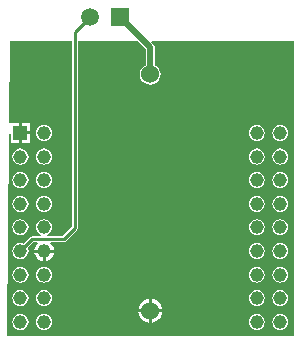
<source format=gbl>
G04*
G04 #@! TF.GenerationSoftware,Altium Limited,Altium Designer,19.1.5 (86)*
G04*
G04 Layer_Physical_Order=2*
G04 Layer_Color=16711680*
%FSLAX25Y25*%
%MOIN*%
G70*
G01*
G75*
%ADD10C,0.01000*%
%ADD18C,0.05906*%
%ADD19R,0.05906X0.05906*%
%ADD20C,0.06000*%
%ADD21C,0.04528*%
%ADD22R,0.04528X0.04528*%
%ADD23C,0.02000*%
G36*
X99410Y7874D02*
X4292D01*
X3941Y8229D01*
X4610Y75196D01*
X5110Y75194D01*
Y72238D01*
X7874D01*
Y75502D01*
Y78765D01*
X5146D01*
X4647Y78853D01*
X4921Y106299D01*
X4921Y106299D01*
X25567D01*
Y44189D01*
X22364Y40986D01*
X17226D01*
X17127Y41486D01*
X17591Y41679D01*
X18148Y42105D01*
X18575Y42662D01*
X18843Y43310D01*
X18935Y44005D01*
X18843Y44701D01*
X18575Y45349D01*
X18148Y45905D01*
X17591Y46332D01*
X16943Y46601D01*
X16248Y46692D01*
X15553Y46601D01*
X14905Y46332D01*
X14348Y45905D01*
X13921Y45349D01*
X13653Y44701D01*
X13561Y44005D01*
X13653Y43310D01*
X13921Y42662D01*
X14348Y42105D01*
X14905Y41679D01*
X15370Y41486D01*
X15270Y40986D01*
X12311D01*
X11960Y40916D01*
X11662Y40717D01*
X9495Y38550D01*
X9069Y38727D01*
X8374Y38818D01*
X7679Y38727D01*
X7031Y38458D01*
X6474Y38031D01*
X6047Y37475D01*
X5779Y36827D01*
X5687Y36131D01*
X5779Y35436D01*
X6047Y34788D01*
X6474Y34231D01*
X7031Y33805D01*
X7679Y33536D01*
X8374Y33445D01*
X9069Y33536D01*
X9717Y33805D01*
X10274Y34231D01*
X10701Y34788D01*
X10969Y35436D01*
X11061Y36131D01*
X10969Y36827D01*
X10793Y37253D01*
X12691Y39151D01*
X14000D01*
X14170Y38651D01*
X13920Y38459D01*
X13397Y37777D01*
X13068Y36983D01*
X13022Y36631D01*
X19474D01*
X19428Y36983D01*
X19099Y37777D01*
X18576Y38459D01*
X18326Y38651D01*
X18496Y39151D01*
X22744D01*
X23095Y39221D01*
X23393Y39419D01*
X27133Y43160D01*
X27332Y43457D01*
X27402Y43808D01*
Y106299D01*
X47530D01*
X50254Y103575D01*
Y98077D01*
X49966Y97958D01*
X49256Y97413D01*
X48711Y96703D01*
X48369Y95876D01*
X48252Y94988D01*
X48369Y94101D01*
X48711Y93274D01*
X49256Y92563D01*
X49966Y92018D01*
X50793Y91676D01*
X51681Y91559D01*
X52569Y91676D01*
X53396Y92018D01*
X54106Y92563D01*
X54651Y93274D01*
X54993Y94101D01*
X55110Y94988D01*
X54993Y95876D01*
X54651Y96703D01*
X54106Y97413D01*
X53396Y97958D01*
X53109Y98077D01*
Y104166D01*
X53000Y104713D01*
X52690Y105176D01*
X52690Y105176D01*
X52029Y105837D01*
X52220Y106299D01*
X99410D01*
Y7874D01*
D02*
G37*
%LPC*%
G36*
X11638Y78765D02*
X8874D01*
Y76002D01*
X11638D01*
Y78765D01*
D02*
G37*
G36*
X94988Y78188D02*
X94293Y78097D01*
X93645Y77828D01*
X93088Y77401D01*
X92661Y76845D01*
X92393Y76197D01*
X92301Y75502D01*
X92393Y74806D01*
X92661Y74158D01*
X93088Y73602D01*
X93645Y73175D01*
X94293Y72906D01*
X94988Y72815D01*
X95684Y72906D01*
X96332Y73175D01*
X96888Y73602D01*
X97315Y74158D01*
X97583Y74806D01*
X97675Y75502D01*
X97583Y76197D01*
X97315Y76845D01*
X96888Y77401D01*
X96332Y77828D01*
X95684Y78097D01*
X94988Y78188D01*
D02*
G37*
G36*
X87114Y78188D02*
X86419Y78097D01*
X85771Y77828D01*
X85214Y77401D01*
X84787Y76845D01*
X84519Y76197D01*
X84427Y75501D01*
X84519Y74806D01*
X84787Y74158D01*
X85214Y73602D01*
X85771Y73175D01*
X86419Y72906D01*
X87114Y72815D01*
X87810Y72906D01*
X88458Y73175D01*
X89014Y73602D01*
X89441Y74158D01*
X89709Y74806D01*
X89801Y75501D01*
X89709Y76197D01*
X89441Y76845D01*
X89014Y77401D01*
X88458Y77828D01*
X87810Y78097D01*
X87114Y78188D01*
D02*
G37*
G36*
X16248D02*
X15553Y78097D01*
X14905Y77828D01*
X14348Y77401D01*
X13921Y76845D01*
X13653Y76197D01*
X13561Y75501D01*
X13653Y74806D01*
X13921Y74158D01*
X14348Y73602D01*
X14905Y73175D01*
X15553Y72906D01*
X16248Y72815D01*
X16943Y72906D01*
X17591Y73175D01*
X18148Y73602D01*
X18575Y74158D01*
X18843Y74806D01*
X18935Y75501D01*
X18843Y76197D01*
X18575Y76845D01*
X18148Y77401D01*
X17591Y77828D01*
X16943Y78097D01*
X16248Y78188D01*
D02*
G37*
G36*
X11638Y75002D02*
X8874D01*
Y72238D01*
X11638D01*
Y75002D01*
D02*
G37*
G36*
X94988Y70314D02*
X94293Y70223D01*
X93645Y69954D01*
X93088Y69527D01*
X92661Y68971D01*
X92393Y68323D01*
X92301Y67627D01*
X92393Y66932D01*
X92661Y66284D01*
X93088Y65728D01*
X93645Y65301D01*
X94293Y65032D01*
X94988Y64941D01*
X95684Y65032D01*
X96332Y65301D01*
X96888Y65728D01*
X97315Y66284D01*
X97583Y66932D01*
X97675Y67627D01*
X97583Y68323D01*
X97315Y68971D01*
X96888Y69527D01*
X96332Y69954D01*
X95684Y70223D01*
X94988Y70314D01*
D02*
G37*
G36*
X8374D02*
X7679Y70223D01*
X7031Y69954D01*
X6474Y69527D01*
X6047Y68971D01*
X5779Y68323D01*
X5687Y67627D01*
X5779Y66932D01*
X6047Y66284D01*
X6474Y65728D01*
X7031Y65301D01*
X7679Y65032D01*
X8374Y64941D01*
X9069Y65032D01*
X9717Y65301D01*
X10274Y65728D01*
X10701Y66284D01*
X10969Y66932D01*
X11061Y67627D01*
X10969Y68323D01*
X10701Y68971D01*
X10274Y69527D01*
X9717Y69954D01*
X9069Y70223D01*
X8374Y70314D01*
D02*
G37*
G36*
X87114Y70314D02*
X86419Y70223D01*
X85771Y69954D01*
X85214Y69527D01*
X84787Y68971D01*
X84519Y68323D01*
X84427Y67627D01*
X84519Y66932D01*
X84787Y66284D01*
X85214Y65728D01*
X85771Y65301D01*
X86419Y65032D01*
X87114Y64941D01*
X87810Y65032D01*
X88458Y65301D01*
X89014Y65728D01*
X89441Y66284D01*
X89709Y66932D01*
X89801Y67627D01*
X89709Y68323D01*
X89441Y68971D01*
X89014Y69527D01*
X88458Y69954D01*
X87810Y70223D01*
X87114Y70314D01*
D02*
G37*
G36*
X16248D02*
X15553Y70223D01*
X14905Y69954D01*
X14348Y69527D01*
X13921Y68971D01*
X13653Y68323D01*
X13561Y67627D01*
X13653Y66932D01*
X13921Y66284D01*
X14348Y65728D01*
X14905Y65301D01*
X15553Y65032D01*
X16248Y64941D01*
X16943Y65032D01*
X17591Y65301D01*
X18148Y65728D01*
X18575Y66284D01*
X18843Y66932D01*
X18935Y67627D01*
X18843Y68323D01*
X18575Y68971D01*
X18148Y69527D01*
X17591Y69954D01*
X16943Y70223D01*
X16248Y70314D01*
D02*
G37*
G36*
X94988Y62440D02*
X94293Y62349D01*
X93645Y62080D01*
X93088Y61653D01*
X92661Y61097D01*
X92393Y60449D01*
X92301Y59753D01*
X92393Y59058D01*
X92661Y58410D01*
X93088Y57854D01*
X93645Y57427D01*
X94293Y57158D01*
X94988Y57067D01*
X95684Y57158D01*
X96332Y57427D01*
X96888Y57854D01*
X97315Y58410D01*
X97583Y59058D01*
X97675Y59753D01*
X97583Y60449D01*
X97315Y61097D01*
X96888Y61653D01*
X96332Y62080D01*
X95684Y62349D01*
X94988Y62440D01*
D02*
G37*
G36*
X8374D02*
X7679Y62349D01*
X7031Y62080D01*
X6474Y61653D01*
X6047Y61097D01*
X5779Y60449D01*
X5687Y59753D01*
X5779Y59058D01*
X6047Y58410D01*
X6474Y57854D01*
X7031Y57427D01*
X7679Y57158D01*
X8374Y57067D01*
X9069Y57158D01*
X9717Y57427D01*
X10274Y57854D01*
X10701Y58410D01*
X10969Y59058D01*
X11061Y59753D01*
X10969Y60449D01*
X10701Y61097D01*
X10274Y61653D01*
X9717Y62080D01*
X9069Y62349D01*
X8374Y62440D01*
D02*
G37*
G36*
X87114Y62440D02*
X86419Y62349D01*
X85771Y62080D01*
X85214Y61653D01*
X84787Y61097D01*
X84519Y60449D01*
X84427Y59753D01*
X84519Y59058D01*
X84787Y58410D01*
X85214Y57854D01*
X85771Y57427D01*
X86419Y57158D01*
X87114Y57067D01*
X87810Y57158D01*
X88458Y57427D01*
X89014Y57854D01*
X89441Y58410D01*
X89709Y59058D01*
X89801Y59753D01*
X89709Y60449D01*
X89441Y61097D01*
X89014Y61653D01*
X88458Y62080D01*
X87810Y62349D01*
X87114Y62440D01*
D02*
G37*
G36*
X16248D02*
X15553Y62349D01*
X14905Y62080D01*
X14348Y61653D01*
X13921Y61097D01*
X13653Y60449D01*
X13561Y59753D01*
X13653Y59058D01*
X13921Y58410D01*
X14348Y57854D01*
X14905Y57427D01*
X15553Y57158D01*
X16248Y57067D01*
X16943Y57158D01*
X17591Y57427D01*
X18148Y57854D01*
X18575Y58410D01*
X18843Y59058D01*
X18935Y59753D01*
X18843Y60449D01*
X18575Y61097D01*
X18148Y61653D01*
X17591Y62080D01*
X16943Y62349D01*
X16248Y62440D01*
D02*
G37*
G36*
X94988Y54566D02*
X94293Y54475D01*
X93645Y54206D01*
X93088Y53779D01*
X92661Y53223D01*
X92393Y52575D01*
X92301Y51879D01*
X92393Y51184D01*
X92661Y50536D01*
X93088Y49980D01*
X93645Y49553D01*
X94293Y49284D01*
X94988Y49193D01*
X95684Y49284D01*
X96332Y49553D01*
X96888Y49980D01*
X97315Y50536D01*
X97583Y51184D01*
X97675Y51879D01*
X97583Y52575D01*
X97315Y53223D01*
X96888Y53779D01*
X96332Y54206D01*
X95684Y54475D01*
X94988Y54566D01*
D02*
G37*
G36*
X8374D02*
X7679Y54475D01*
X7031Y54206D01*
X6474Y53779D01*
X6047Y53223D01*
X5779Y52575D01*
X5687Y51879D01*
X5779Y51184D01*
X6047Y50536D01*
X6474Y49980D01*
X7031Y49553D01*
X7679Y49284D01*
X8374Y49193D01*
X9069Y49284D01*
X9717Y49553D01*
X10274Y49980D01*
X10701Y50536D01*
X10969Y51184D01*
X11061Y51879D01*
X10969Y52575D01*
X10701Y53223D01*
X10274Y53779D01*
X9717Y54206D01*
X9069Y54475D01*
X8374Y54566D01*
D02*
G37*
G36*
X87114Y54566D02*
X86419Y54475D01*
X85771Y54206D01*
X85214Y53779D01*
X84787Y53223D01*
X84519Y52575D01*
X84427Y51879D01*
X84519Y51184D01*
X84787Y50536D01*
X85214Y49979D01*
X85771Y49553D01*
X86419Y49284D01*
X87114Y49193D01*
X87810Y49284D01*
X88458Y49553D01*
X89014Y49979D01*
X89441Y50536D01*
X89709Y51184D01*
X89801Y51879D01*
X89709Y52575D01*
X89441Y53223D01*
X89014Y53779D01*
X88458Y54206D01*
X87810Y54475D01*
X87114Y54566D01*
D02*
G37*
G36*
X16248D02*
X15553Y54475D01*
X14905Y54206D01*
X14348Y53779D01*
X13921Y53223D01*
X13653Y52575D01*
X13561Y51879D01*
X13653Y51184D01*
X13921Y50536D01*
X14348Y49979D01*
X14905Y49553D01*
X15553Y49284D01*
X16248Y49193D01*
X16943Y49284D01*
X17591Y49553D01*
X18148Y49979D01*
X18575Y50536D01*
X18843Y51184D01*
X18935Y51879D01*
X18843Y52575D01*
X18575Y53223D01*
X18148Y53779D01*
X17591Y54206D01*
X16943Y54475D01*
X16248Y54566D01*
D02*
G37*
G36*
X94988Y46692D02*
X94293Y46601D01*
X93645Y46332D01*
X93088Y45905D01*
X92661Y45349D01*
X92393Y44701D01*
X92301Y44005D01*
X92393Y43310D01*
X92661Y42662D01*
X93088Y42105D01*
X93645Y41679D01*
X94293Y41410D01*
X94988Y41319D01*
X95684Y41410D01*
X96332Y41679D01*
X96888Y42105D01*
X97315Y42662D01*
X97583Y43310D01*
X97675Y44005D01*
X97583Y44701D01*
X97315Y45349D01*
X96888Y45905D01*
X96332Y46332D01*
X95684Y46601D01*
X94988Y46692D01*
D02*
G37*
G36*
X8374D02*
X7679Y46601D01*
X7031Y46332D01*
X6474Y45905D01*
X6047Y45349D01*
X5779Y44701D01*
X5687Y44005D01*
X5779Y43310D01*
X6047Y42662D01*
X6474Y42105D01*
X7031Y41679D01*
X7679Y41410D01*
X8374Y41319D01*
X9069Y41410D01*
X9717Y41679D01*
X10274Y42105D01*
X10701Y42662D01*
X10969Y43310D01*
X11061Y44005D01*
X10969Y44701D01*
X10701Y45349D01*
X10274Y45905D01*
X9717Y46332D01*
X9069Y46601D01*
X8374Y46692D01*
D02*
G37*
G36*
X87114Y46692D02*
X86419Y46601D01*
X85771Y46332D01*
X85214Y45905D01*
X84787Y45349D01*
X84519Y44701D01*
X84427Y44005D01*
X84519Y43310D01*
X84787Y42662D01*
X85214Y42105D01*
X85771Y41679D01*
X86419Y41410D01*
X87114Y41319D01*
X87810Y41410D01*
X88458Y41679D01*
X89014Y42105D01*
X89441Y42662D01*
X89709Y43310D01*
X89801Y44005D01*
X89709Y44701D01*
X89441Y45349D01*
X89014Y45905D01*
X88458Y46332D01*
X87810Y46601D01*
X87114Y46692D01*
D02*
G37*
G36*
X94988Y38818D02*
X94293Y38727D01*
X93645Y38458D01*
X93088Y38031D01*
X92661Y37475D01*
X92393Y36827D01*
X92301Y36131D01*
X92393Y35436D01*
X92661Y34788D01*
X93088Y34231D01*
X93645Y33805D01*
X94293Y33536D01*
X94988Y33445D01*
X95684Y33536D01*
X96332Y33805D01*
X96888Y34231D01*
X97315Y34788D01*
X97583Y35436D01*
X97675Y36131D01*
X97583Y36827D01*
X97315Y37475D01*
X96888Y38031D01*
X96332Y38458D01*
X95684Y38727D01*
X94988Y38818D01*
D02*
G37*
G36*
X87114Y38818D02*
X86419Y38726D01*
X85771Y38458D01*
X85214Y38031D01*
X84787Y37475D01*
X84519Y36827D01*
X84427Y36131D01*
X84519Y35436D01*
X84787Y34788D01*
X85214Y34231D01*
X85771Y33805D01*
X86419Y33536D01*
X87114Y33444D01*
X87810Y33536D01*
X88458Y33805D01*
X89014Y34231D01*
X89441Y34788D01*
X89709Y35436D01*
X89801Y36131D01*
X89709Y36827D01*
X89441Y37475D01*
X89014Y38031D01*
X88458Y38458D01*
X87810Y38726D01*
X87114Y38818D01*
D02*
G37*
G36*
X19474Y35631D02*
X16748D01*
Y32905D01*
X17100Y32952D01*
X17894Y33280D01*
X18576Y33804D01*
X19099Y34485D01*
X19428Y35279D01*
X19474Y35631D01*
D02*
G37*
G36*
X15748D02*
X13022D01*
X13068Y35279D01*
X13397Y34485D01*
X13920Y33804D01*
X14602Y33280D01*
X15396Y32952D01*
X15748Y32905D01*
Y35631D01*
D02*
G37*
G36*
X94988Y30944D02*
X94293Y30853D01*
X93645Y30584D01*
X93088Y30157D01*
X92661Y29601D01*
X92393Y28953D01*
X92301Y28257D01*
X92393Y27562D01*
X92661Y26914D01*
X93088Y26357D01*
X93645Y25931D01*
X94293Y25662D01*
X94988Y25571D01*
X95684Y25662D01*
X96332Y25931D01*
X96888Y26357D01*
X97315Y26914D01*
X97583Y27562D01*
X97675Y28257D01*
X97583Y28953D01*
X97315Y29601D01*
X96888Y30157D01*
X96332Y30584D01*
X95684Y30853D01*
X94988Y30944D01*
D02*
G37*
G36*
X8374D02*
X7679Y30853D01*
X7031Y30584D01*
X6474Y30157D01*
X6047Y29601D01*
X5779Y28953D01*
X5687Y28257D01*
X5779Y27562D01*
X6047Y26914D01*
X6474Y26357D01*
X7031Y25931D01*
X7679Y25662D01*
X8374Y25571D01*
X9069Y25662D01*
X9717Y25931D01*
X10274Y26357D01*
X10701Y26914D01*
X10969Y27562D01*
X11061Y28257D01*
X10969Y28953D01*
X10701Y29601D01*
X10274Y30157D01*
X9717Y30584D01*
X9069Y30853D01*
X8374Y30944D01*
D02*
G37*
G36*
X87114Y30944D02*
X86419Y30852D01*
X85771Y30584D01*
X85214Y30157D01*
X84787Y29601D01*
X84519Y28953D01*
X84427Y28257D01*
X84519Y27562D01*
X84787Y26914D01*
X85214Y26357D01*
X85771Y25931D01*
X86419Y25662D01*
X87114Y25570D01*
X87810Y25662D01*
X88458Y25931D01*
X89014Y26357D01*
X89441Y26914D01*
X89709Y27562D01*
X89801Y28257D01*
X89709Y28953D01*
X89441Y29601D01*
X89014Y30157D01*
X88458Y30584D01*
X87810Y30852D01*
X87114Y30944D01*
D02*
G37*
G36*
X16248D02*
X15553Y30852D01*
X14905Y30584D01*
X14348Y30157D01*
X13921Y29601D01*
X13653Y28953D01*
X13561Y28257D01*
X13653Y27562D01*
X13921Y26914D01*
X14348Y26357D01*
X14905Y25931D01*
X15553Y25662D01*
X16248Y25570D01*
X16943Y25662D01*
X17591Y25931D01*
X18148Y26357D01*
X18575Y26914D01*
X18843Y27562D01*
X18935Y28257D01*
X18843Y28953D01*
X18575Y29601D01*
X18148Y30157D01*
X17591Y30584D01*
X16943Y30852D01*
X16248Y30944D01*
D02*
G37*
G36*
X94988Y23070D02*
X94293Y22978D01*
X93645Y22710D01*
X93088Y22283D01*
X92661Y21727D01*
X92393Y21079D01*
X92301Y20383D01*
X92393Y19688D01*
X92661Y19040D01*
X93088Y18484D01*
X93645Y18056D01*
X94293Y17788D01*
X94988Y17696D01*
X95684Y17788D01*
X96332Y18056D01*
X96888Y18484D01*
X97315Y19040D01*
X97583Y19688D01*
X97675Y20383D01*
X97583Y21079D01*
X97315Y21727D01*
X96888Y22283D01*
X96332Y22710D01*
X95684Y22978D01*
X94988Y23070D01*
D02*
G37*
G36*
X8374D02*
X7679Y22978D01*
X7031Y22710D01*
X6474Y22283D01*
X6047Y21727D01*
X5779Y21079D01*
X5687Y20383D01*
X5779Y19688D01*
X6047Y19040D01*
X6474Y18484D01*
X7031Y18056D01*
X7679Y17788D01*
X8374Y17696D01*
X9069Y17788D01*
X9717Y18056D01*
X10274Y18484D01*
X10701Y19040D01*
X10969Y19688D01*
X11061Y20383D01*
X10969Y21079D01*
X10701Y21727D01*
X10274Y22283D01*
X9717Y22710D01*
X9069Y22978D01*
X8374Y23070D01*
D02*
G37*
G36*
X87114Y23070D02*
X86419Y22978D01*
X85771Y22710D01*
X85214Y22283D01*
X84787Y21727D01*
X84519Y21079D01*
X84427Y20383D01*
X84519Y19688D01*
X84787Y19040D01*
X85214Y18483D01*
X85771Y18056D01*
X86419Y17788D01*
X87114Y17696D01*
X87810Y17788D01*
X88458Y18056D01*
X89014Y18483D01*
X89441Y19040D01*
X89709Y19688D01*
X89801Y20383D01*
X89709Y21079D01*
X89441Y21727D01*
X89014Y22283D01*
X88458Y22710D01*
X87810Y22978D01*
X87114Y23070D01*
D02*
G37*
G36*
X16248D02*
X15553Y22978D01*
X14905Y22710D01*
X14348Y22283D01*
X13921Y21727D01*
X13653Y21079D01*
X13561Y20383D01*
X13653Y19688D01*
X13921Y19040D01*
X14348Y18483D01*
X14905Y18056D01*
X15553Y17788D01*
X16248Y17696D01*
X16943Y17788D01*
X17591Y18056D01*
X18148Y18483D01*
X18575Y19040D01*
X18843Y19688D01*
X18935Y20383D01*
X18843Y21079D01*
X18575Y21727D01*
X18148Y22283D01*
X17591Y22710D01*
X16943Y22978D01*
X16248Y23070D01*
D02*
G37*
G36*
X52181Y20217D02*
Y16748D01*
X55650D01*
X55578Y17292D01*
X55175Y18265D01*
X54534Y19101D01*
X53698Y19742D01*
X52725Y20145D01*
X52181Y20217D01*
D02*
G37*
G36*
X51181D02*
X50637Y20145D01*
X49664Y19742D01*
X48828Y19101D01*
X48187Y18265D01*
X47784Y17292D01*
X47712Y16748D01*
X51181D01*
Y20217D01*
D02*
G37*
G36*
X55650Y15748D02*
X52181D01*
Y12279D01*
X52725Y12351D01*
X53698Y12754D01*
X54534Y13395D01*
X55175Y14231D01*
X55578Y15204D01*
X55650Y15748D01*
D02*
G37*
G36*
X51181D02*
X47712D01*
X47784Y15204D01*
X48187Y14231D01*
X48828Y13395D01*
X49664Y12754D01*
X50637Y12351D01*
X51181Y12279D01*
Y15748D01*
D02*
G37*
G36*
X94988Y15196D02*
X94293Y15104D01*
X93645Y14836D01*
X93088Y14409D01*
X92661Y13853D01*
X92393Y13205D01*
X92301Y12509D01*
X92393Y11814D01*
X92661Y11166D01*
X93088Y10610D01*
X93645Y10182D01*
X94293Y9914D01*
X94988Y9822D01*
X95684Y9914D01*
X96332Y10182D01*
X96888Y10610D01*
X97315Y11166D01*
X97583Y11814D01*
X97675Y12509D01*
X97583Y13205D01*
X97315Y13853D01*
X96888Y14409D01*
X96332Y14836D01*
X95684Y15104D01*
X94988Y15196D01*
D02*
G37*
G36*
X8374D02*
X7679Y15104D01*
X7031Y14836D01*
X6474Y14409D01*
X6047Y13853D01*
X5779Y13205D01*
X5687Y12509D01*
X5779Y11814D01*
X6047Y11166D01*
X6474Y10610D01*
X7031Y10182D01*
X7679Y9914D01*
X8374Y9822D01*
X9069Y9914D01*
X9717Y10182D01*
X10274Y10610D01*
X10701Y11166D01*
X10969Y11814D01*
X11061Y12509D01*
X10969Y13205D01*
X10701Y13853D01*
X10274Y14409D01*
X9717Y14836D01*
X9069Y15104D01*
X8374Y15196D01*
D02*
G37*
G36*
X87114Y15196D02*
X86419Y15104D01*
X85771Y14836D01*
X85214Y14409D01*
X84787Y13853D01*
X84519Y13205D01*
X84427Y12509D01*
X84519Y11814D01*
X84787Y11166D01*
X85214Y10609D01*
X85771Y10182D01*
X86419Y9914D01*
X87114Y9822D01*
X87810Y9914D01*
X88458Y10182D01*
X89014Y10609D01*
X89441Y11166D01*
X89709Y11814D01*
X89801Y12509D01*
X89709Y13205D01*
X89441Y13853D01*
X89014Y14409D01*
X88458Y14836D01*
X87810Y15104D01*
X87114Y15196D01*
D02*
G37*
G36*
X16248D02*
X15553Y15104D01*
X14905Y14836D01*
X14348Y14409D01*
X13921Y13853D01*
X13653Y13205D01*
X13561Y12509D01*
X13653Y11814D01*
X13921Y11166D01*
X14348Y10609D01*
X14905Y10182D01*
X15553Y9914D01*
X16248Y9822D01*
X16943Y9914D01*
X17591Y10182D01*
X18148Y10609D01*
X18575Y11166D01*
X18843Y11814D01*
X18935Y12509D01*
X18843Y13205D01*
X18575Y13853D01*
X18148Y14409D01*
X17591Y14836D01*
X16943Y15104D01*
X16248Y15196D01*
D02*
G37*
%LPD*%
D10*
X26484Y43808D02*
Y109048D01*
X31642Y114206D01*
X22744Y40068D02*
X26484Y43808D01*
X12311Y40068D02*
X22744D01*
X8374Y36131D02*
X12311Y40068D01*
D18*
X31642Y114206D02*
D03*
D19*
X41642D02*
D03*
D20*
X51681Y94988D02*
D03*
Y16248D02*
D03*
D21*
X87114Y12509D02*
D03*
Y20383D02*
D03*
Y28257D02*
D03*
Y36131D02*
D03*
Y44005D02*
D03*
Y51879D02*
D03*
Y59753D02*
D03*
Y67627D02*
D03*
Y75501D02*
D03*
X94988Y12509D02*
D03*
Y20383D02*
D03*
Y28257D02*
D03*
Y36131D02*
D03*
Y44005D02*
D03*
Y51879D02*
D03*
Y59753D02*
D03*
Y67627D02*
D03*
Y75502D02*
D03*
X16248Y12509D02*
D03*
Y20383D02*
D03*
Y28257D02*
D03*
Y36131D02*
D03*
Y44005D02*
D03*
Y51879D02*
D03*
Y59753D02*
D03*
Y67627D02*
D03*
Y75501D02*
D03*
X8374Y12509D02*
D03*
Y20383D02*
D03*
Y28257D02*
D03*
Y36131D02*
D03*
Y44005D02*
D03*
Y51879D02*
D03*
Y59753D02*
D03*
Y67627D02*
D03*
D22*
Y75502D02*
D03*
D23*
X51681Y94988D02*
Y104166D01*
X41642Y114206D02*
X51681Y104166D01*
M02*

</source>
